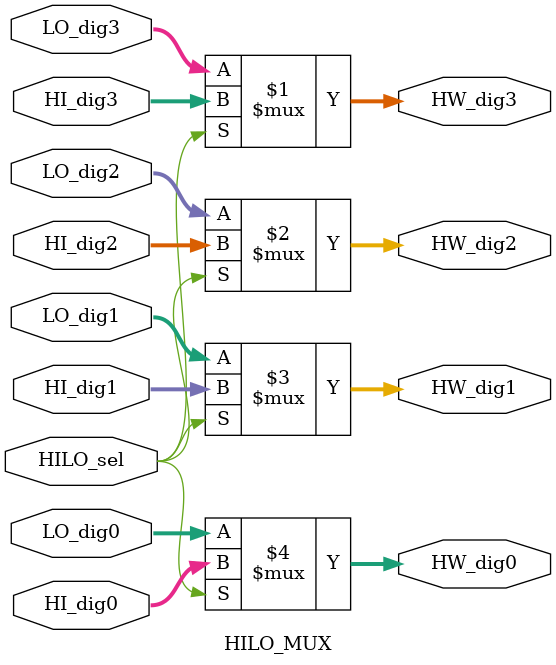
<source format=v>
module HILO_MUX(         
    input  wire [3:0] HI_dig3,
    input  wire [3:0] HI_dig2,    
    input  wire [3:0] HI_dig1,         
    input  wire [3:0] HI_dig0,         
    input  wire [3:0] LO_dig3,         
    input  wire [3:0] LO_dig2, 
    input  wire [3:0] LO_dig1,         
    input  wire [3:0] LO_dig0,         
    input  wire       HILO_sel,         
    output wire [3:0] HW_dig3,         
    output wire [3:0] HW_dig2,         
    output wire [3:0] HW_dig1,         
    output wire [3:0] HW_dig0     
    );     
    
    assign HW_dig3 = HILO_sel ? HI_dig3 : LO_dig3;     
    assign HW_dig2 = HILO_sel ? HI_dig2 : LO_dig2;     
    assign HW_dig1 = HILO_sel ? HI_dig1 : LO_dig1;     
    assign HW_dig0 = HILO_sel ? HI_dig0 : LO_dig0; 
    
endmodule
</source>
